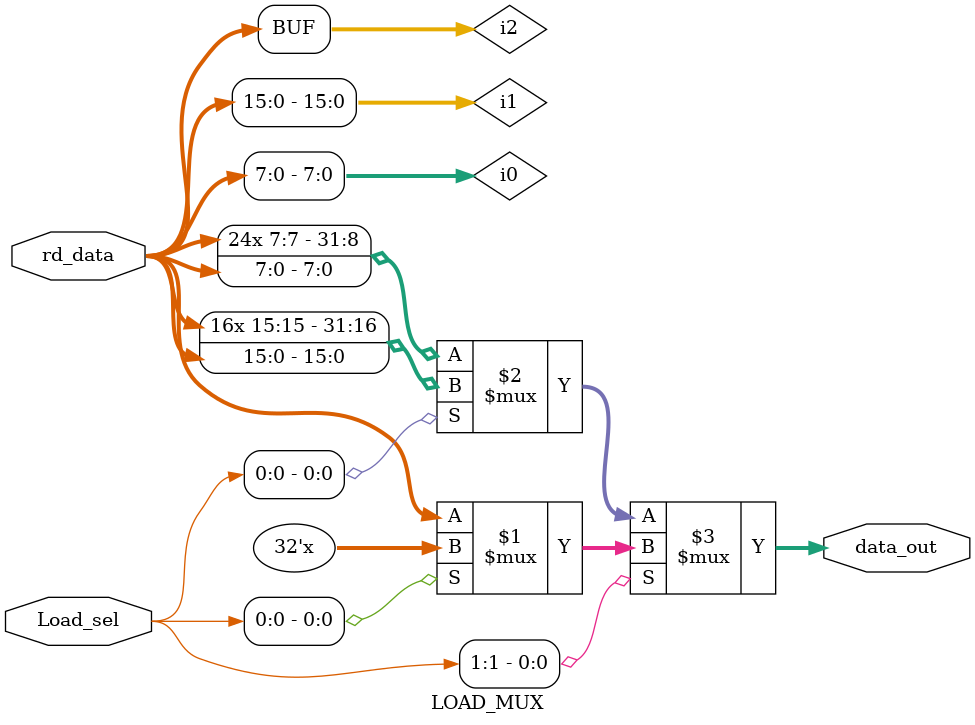
<source format=v>
`timescale 1ns / 1ps


module LOAD_MUX( rd_data,Load_sel, data_out);
input [31:0] rd_data;
input [1:0] Load_sel;
output [31:0] data_out;
wire [7:0] i0;
wire [15:0] i1;
wire [31:0] i2;
assign i0 = rd_data[7:0];
assign i1 = rd_data[15:0];   
assign i2 = rd_data[31:0];


assign data_out = Load_sel[1] ? (Load_sel[0] ? 32'bx:i2 ) :( Load_sel[0] ? {{16{i1[15]}},i1}:{{24{i0[7]}},i0});
endmodule

</source>
